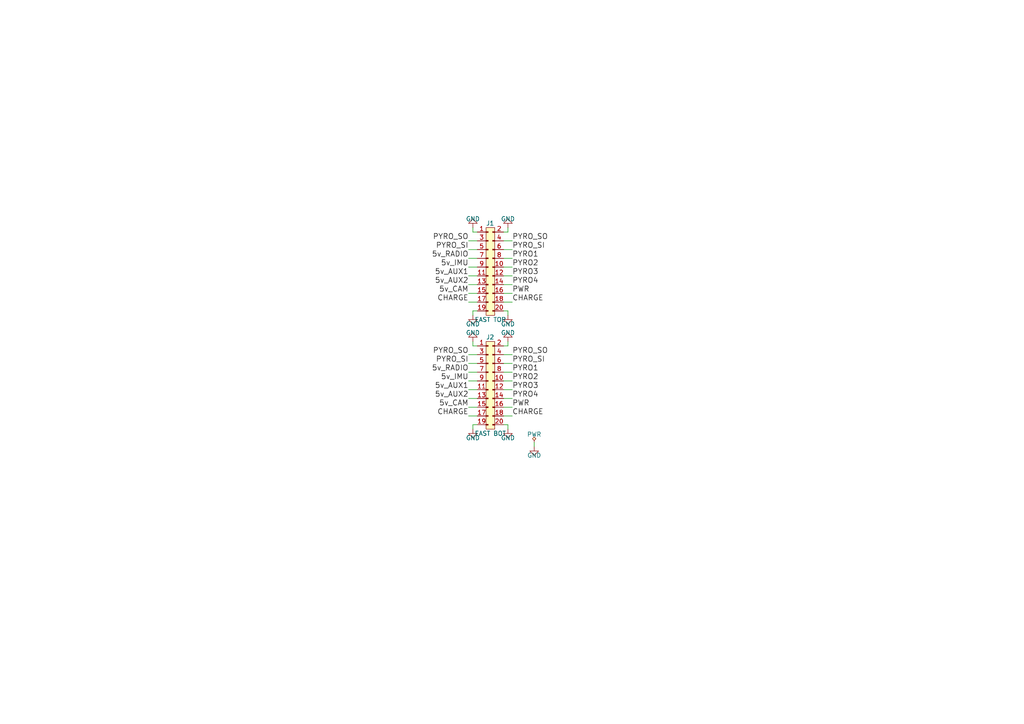
<source format=kicad_sch>
(kicad_sch (version 20230121) (generator eeschema)
  (paper "A4")
  (lib_symbols
    (symbol "Battery-Riser-East-rescue:CONN_02x10" (pin_names (offset 0.0254) hide)
      (property "Reference" "J" (at -2.54 2.54 0))
      (property "Value" "CONN_02x10" (at -2.54 -25.4 0))
      (symbol "CONN_02x10_0_1"
        (rectangle (start -2.54 -22.733) (end -1.905 -22.987) (fill (type outline)))
        (rectangle (start -2.54 -20.193) (end -1.905 -20.447) (fill (type outline)))
        (rectangle (start -2.54 -17.653) (end -1.905 -17.907) (fill (type outline)))
        (rectangle (start -2.54 -15.113) (end -1.905 -15.367) (fill (type outline)))
        (rectangle (start -2.54 -12.573) (end -1.905 -12.827) (fill (type outline)))
        (rectangle (start -2.54 -10.033) (end -1.905 -10.287) (fill (type outline)))
        (rectangle (start -2.54 -7.493) (end -1.905 -7.747) (fill (type outline)))
        (rectangle (start -2.54 -4.953) (end -1.905 -5.207) (fill (type outline)))
        (rectangle (start -2.54 -2.413) (end -1.905 -2.667) (fill (type outline)))
        (rectangle (start -2.54 0.127) (end -1.905 -0.127) (fill (type outline)))
        (rectangle (start 0 -22.733) (end -0.635 -22.987) (fill (type outline)))
        (rectangle (start 0 -20.193) (end -0.635 -20.447) (fill (type outline)))
        (rectangle (start 0 -17.653) (end -0.635 -17.907) (fill (type outline)))
        (rectangle (start 0 -15.113) (end -0.635 -15.367) (fill (type outline)))
        (rectangle (start 0 -12.573) (end -0.635 -12.827) (fill (type outline)))
        (rectangle (start 0 -10.033) (end -0.635 -10.287) (fill (type outline)))
        (rectangle (start 0 -7.493) (end -0.635 -7.747) (fill (type outline)))
        (rectangle (start 0 -4.953) (end -0.635 -5.207) (fill (type outline)))
        (rectangle (start 0 -2.413) (end -0.635 -2.667) (fill (type outline)))
        (rectangle (start 0 0.127) (end -0.635 -0.127) (fill (type outline)))
        (rectangle (start 0 1.27) (end -2.54 -24.13) (fill (type background)))
      )
      (symbol "CONN_02x10_1_1"
        (pin passive line (at -5.08 0 0) (length 2.54) (name "1") (number "1"))
        (pin passive line (at 2.54 -10.16 180) (length 2.54) (name "10") (number "10"))
        (pin passive line (at -5.08 -12.7 0) (length 2.54) (name "11") (number "11"))
        (pin passive line (at 2.54 -12.7 180) (length 2.54) (name "12") (number "12"))
        (pin passive line (at -5.08 -15.24 0) (length 2.54) (name "13") (number "13"))
        (pin passive line (at 2.54 -15.24 180) (length 2.54) (name "14") (number "14"))
        (pin passive line (at -5.08 -17.78 0) (length 2.54) (name "15") (number "15"))
        (pin passive line (at 2.54 -17.78 180) (length 2.54) (name "16") (number "16"))
        (pin passive line (at -5.08 -20.32 0) (length 2.54) (name "17") (number "17"))
        (pin passive line (at 2.54 -20.32 180) (length 2.54) (name "18") (number "18"))
        (pin passive line (at -5.08 -22.86 0) (length 2.54) (name "19") (number "19"))
        (pin passive line (at 2.54 0 180) (length 2.54) (name "2") (number "2"))
        (pin passive line (at 2.54 -22.86 180) (length 2.54) (name "20") (number "20"))
        (pin passive line (at -5.08 -2.54 0) (length 2.54) (name "3") (number "3"))
        (pin passive line (at 2.54 -2.54 180) (length 2.54) (name "4") (number "4"))
        (pin passive line (at -5.08 -5.08 0) (length 2.54) (name "5") (number "5"))
        (pin passive line (at 2.54 -5.08 180) (length 2.54) (name "6") (number "6"))
        (pin passive line (at -5.08 -7.62 0) (length 2.54) (name "7") (number "7"))
        (pin passive line (at 2.54 -7.62 180) (length 2.54) (name "8") (number "8"))
        (pin passive line (at -5.08 -10.16 0) (length 2.54) (name "9") (number "9"))
      )
    )
    (symbol "Battery-Riser-East-rescue:GND" (power) (pin_names (offset 0))
      (property "Value" "GND" (at 0 -3.81 0))
      (symbol "GND_0_1"
        (polyline (pts (xy 0 0) (xy 0 -1.27) (xy 1.27 -1.27) (xy 0 -2.54) (xy -1.27 -1.27) (xy 0 -1.27)))
      )
      (symbol "GND_1_1"
        (pin power_in line (at 0 0 270) (length 0) hide (name "GND") (number "1"))
      )
    )
    (symbol "Battery-Riser-East-rescue:PWR" (power) (pin_numbers hide) (pin_names (offset 1.016) hide)
      (property "Value" "PWR" (at 0 2.286 0))
      (symbol "PWR_0_1"
        (polyline (pts (xy 0 0.508) (xy -0.508 1.016) (xy 0 1.524) (xy 0.508 1.016) (xy 0 0.508)) (fill (type background)))
      )
      (symbol "PWR_1_1"
        (pin power_out line (at 0 0 90) (length 0.508) (name "pwr") (number "1"))
      )
    )
  )
  (wire (pts (xy 135.89 87.63) (xy 138.43 87.63)))
  (wire (pts (xy 138.43 107.95) (xy 135.89 107.95)))
  (wire (pts (xy 146.05 80.01) (xy 148.59 80.01)))
  (wire (pts (xy 137.16 90.17) (xy 137.16 91.44)))
  (wire (pts (xy 138.43 102.87) (xy 135.89 102.87)))
  (wire (pts (xy 137.16 123.19) (xy 137.16 124.46)))
  (wire (pts (xy 146.05 115.57) (xy 148.59 115.57)))
  (wire (pts (xy 146.05 107.95) (xy 148.59 107.95)))
  (wire (pts (xy 135.89 120.65) (xy 138.43 120.65)))
  (wire (pts (xy 148.59 110.49) (xy 146.05 110.49)))
  (wire (pts (xy 146.05 90.17) (xy 147.32 90.17)))
  (wire (pts (xy 137.16 100.33) (xy 137.16 99.06)))
  (wire (pts (xy 146.05 120.65) (xy 148.59 120.65)))
  (wire (pts (xy 147.32 90.17) (xy 147.32 91.44)))
  (wire (pts (xy 146.05 87.63) (xy 148.59 87.63)))
  (wire (pts (xy 138.43 80.01) (xy 135.89 80.01)))
  (wire (pts (xy 135.89 115.57) (xy 138.43 115.57)))
  (wire (pts (xy 147.32 123.19) (xy 147.32 124.46)))
  (wire (pts (xy 137.16 67.31) (xy 137.16 66.04)))
  (wire (pts (xy 146.05 113.03) (xy 148.59 113.03)))
  (wire (pts (xy 148.59 85.09) (xy 146.05 85.09)))
  (wire (pts (xy 138.43 118.11) (xy 135.89 118.11)))
  (wire (pts (xy 146.05 67.31) (xy 147.32 67.31)))
  (wire (pts (xy 135.89 82.55) (xy 138.43 82.55)))
  (wire (pts (xy 148.59 77.47) (xy 146.05 77.47)))
  (wire (pts (xy 154.94 129.54) (xy 154.94 128.27)))
  (wire (pts (xy 146.05 123.19) (xy 147.32 123.19)))
  (wire (pts (xy 138.43 69.85) (xy 135.89 69.85)))
  (wire (pts (xy 138.43 90.17) (xy 137.16 90.17)))
  (wire (pts (xy 147.32 67.31) (xy 147.32 66.04)))
  (wire (pts (xy 138.43 123.19) (xy 137.16 123.19)))
  (wire (pts (xy 146.05 102.87) (xy 148.59 102.87)))
  (wire (pts (xy 135.89 72.39) (xy 138.43 72.39)))
  (wire (pts (xy 138.43 100.33) (xy 137.16 100.33)))
  (wire (pts (xy 147.32 100.33) (xy 147.32 99.06)))
  (wire (pts (xy 138.43 113.03) (xy 135.89 113.03)))
  (wire (pts (xy 148.59 105.41) (xy 146.05 105.41)))
  (wire (pts (xy 146.05 69.85) (xy 148.59 69.85)))
  (wire (pts (xy 138.43 67.31) (xy 137.16 67.31)))
  (wire (pts (xy 135.89 77.47) (xy 138.43 77.47)))
  (wire (pts (xy 148.59 72.39) (xy 146.05 72.39)))
  (wire (pts (xy 135.89 105.41) (xy 138.43 105.41)))
  (wire (pts (xy 135.89 110.49) (xy 138.43 110.49)))
  (wire (pts (xy 146.05 74.93) (xy 148.59 74.93)))
  (wire (pts (xy 148.59 118.11) (xy 146.05 118.11)))
  (wire (pts (xy 146.05 100.33) (xy 147.32 100.33)))
  (wire (pts (xy 138.43 74.93) (xy 135.89 74.93)))
  (wire (pts (xy 138.43 85.09) (xy 135.89 85.09)))
  (wire (pts (xy 146.05 82.55) (xy 148.59 82.55)))
  (label "CHARGE" (at 135.89 87.63 180) (effects (font (size 1.524 1.524))))
  (label "PYRO2" (at 148.59 77.47 0) (effects (font (size 1.524 1.524))))
  (label "PYRO_SI" (at 148.59 105.41 0) (effects (font (size 1.524 1.524))))
  (label "5v_IMU" (at 135.89 110.49 180) (effects (font (size 1.524 1.524))))
  (label "5v_AUX1" (at 135.89 80.01 180) (effects (font (size 1.524 1.524))))
  (label "PYRO4" (at 148.59 115.57 0) (effects (font (size 1.524 1.524))))
  (label "PYRO_SO" (at 148.59 102.87 0) (effects (font (size 1.524 1.524))))
  (label "PYRO1" (at 148.59 74.93 0) (effects (font (size 1.524 1.524))))
  (label "PYRO_SO" (at 135.89 69.85 180) (effects (font (size 1.524 1.524))))
  (label "PYRO2" (at 148.59 110.49 0) (effects (font (size 1.524 1.524))))
  (label "5v_AUX2" (at 135.89 115.57 180) (effects (font (size 1.524 1.524))))
  (label "PWR" (at 148.59 118.11 0) (effects (font (size 1.524 1.524))))
  (label "PYRO_SI" (at 148.59 72.39 0) (effects (font (size 1.524 1.524))))
  (label "5v_CAM" (at 135.89 85.09 180) (effects (font (size 1.524 1.524))))
  (label "PYRO4" (at 148.59 82.55 0) (effects (font (size 1.524 1.524))))
  (label "CHARGE" (at 135.89 120.65 180) (effects (font (size 1.524 1.524))))
  (label "PWR" (at 148.59 85.09 0) (effects (font (size 1.524 1.524))))
  (label "5v_RADIO" (at 135.89 74.93 180) (effects (font (size 1.524 1.524))))
  (label "PYRO3" (at 148.59 113.03 0) (effects (font (size 1.524 1.524))))
  (label "5v_AUX1" (at 135.89 113.03 180) (effects (font (size 1.524 1.524))))
  (label "CHARGE" (at 148.59 87.63 0) (effects (font (size 1.524 1.524))))
  (label "5v_AUX2" (at 135.89 82.55 180) (effects (font (size 1.524 1.524))))
  (label "PYRO1" (at 148.59 107.95 0) (effects (font (size 1.524 1.524))))
  (label "5v_IMU" (at 135.89 77.47 180) (effects (font (size 1.524 1.524))))
  (label "PYRO3" (at 148.59 80.01 0) (effects (font (size 1.524 1.524))))
  (label "CHARGE" (at 148.59 120.65 0) (effects (font (size 1.524 1.524))))
  (label "PYRO_SO" (at 148.59 69.85 0) (effects (font (size 1.524 1.524))))
  (label "PYRO_SO" (at 135.89 102.87 180) (effects (font (size 1.524 1.524))))
  (label "5v_RADIO" (at 135.89 107.95 180) (effects (font (size 1.524 1.524))))
  (label "PYRO_SI" (at 135.89 105.41 180) (effects (font (size 1.524 1.524))))
  (label "5v_CAM" (at 135.89 118.11 180) (effects (font (size 1.524 1.524))))
  (label "PYRO_SI" (at 135.89 72.39 180) (effects (font (size 1.524 1.524))))
  (symbol (lib_id "Battery-Riser-East-rescue:GND") (at 154.94 129.54 0) (unit 1)
    (property "Reference" "#PWR09" (effects hide))
    (property "Value" "GND" (at 154.94 132.08 0))
  )
  (symbol (lib_id "Battery-Riser-East-rescue:PWR") (at 154.94 128.27 0) (unit 1)
    (property "Reference" "#FLG010" (effects hide))
    (property "Value" "PWR" (at 154.94 125.984 0))
  )
  (symbol (lib_id "Battery-Riser-East-rescue:GND") (at 137.16 91.44 0) (unit 1)
    (property "Reference" "#PWR01" (effects hide))
    (property "Value" "GND" (at 137.16 93.98 0))
  )
  (symbol (lib_id "Battery-Riser-East-rescue:GND") (at 147.32 91.44 0) (unit 1)
    (property "Reference" "#PWR02" (effects hide))
    (property "Value" "GND" (at 147.32 93.98 0))
  )
  (symbol (lib_id "Battery-Riser-East-rescue:GND") (at 137.16 66.04 180) (unit 1)
    (property "Reference" "#PWR03" (effects hide))
    (property "Value" "GND" (at 137.16 63.5 0))
  )
  (symbol (lib_id "Battery-Riser-East-rescue:GND") (at 147.32 66.04 180) (unit 1)
    (property "Reference" "#PWR04" (effects hide))
    (property "Value" "GND" (at 147.32 63.5 0))
  )
  (symbol (lib_id "Battery-Riser-East-rescue:GND") (at 137.16 124.46 0) (unit 1)
    (property "Reference" "#PWR05" (effects hide))
    (property "Value" "GND" (at 137.16 127 0))
  )
  (symbol (lib_id "Battery-Riser-East-rescue:GND") (at 147.32 124.46 0) (unit 1)
    (property "Reference" "#PWR06" (effects hide))
    (property "Value" "GND" (at 147.32 127 0))
  )
  (symbol (lib_id "Battery-Riser-East-rescue:GND") (at 137.16 99.06 180) (unit 1)
    (property "Reference" "#PWR07" (effects hide))
    (property "Value" "GND" (at 137.16 96.52 0))
  )
  (symbol (lib_id "Battery-Riser-East-rescue:GND") (at 147.32 99.06 180) (unit 1)
    (property "Reference" "#PWR08" (effects hide))
    (property "Value" "GND" (at 147.32 96.52 0))
  )
  (symbol (lib_id "Battery-Riser-East-rescue:CONN_02x10") (at 143.51 67.31 0) (unit 1)
    (property "Reference" "J1" (at 140.97 64.77 0) (effects (justify left)))
    (property "Value" "EAST TOP" (at 142.24 92.71 0))
    (property "Footprint" "agg:TFML-110-01-L-D-RA" (effects hide))
    (property "Samtec" "TFML-110-01-L-D-RA" (effects hide))
  )
  (symbol (lib_id "Battery-Riser-East-rescue:CONN_02x10") (at 143.51 100.33 0) (unit 1)
    (property "Reference" "J2" (at 140.97 97.79 0) (effects (justify left)))
    (property "Value" "EAST BOT" (at 142.24 125.73 0))
    (property "Footprint" "agg:SFM-110-02-L-DH" (effects hide))
    (property "Samtec" "SFM-110-02-L-DH" (effects hide))
  )
)
</source>
